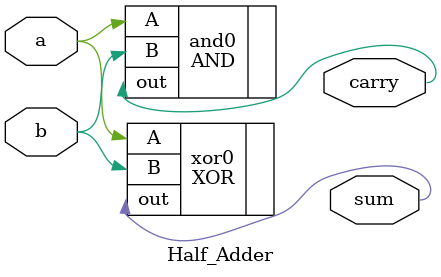
<source format=v>
module Half_Adder (a, b, sum, carry);
    input a,b;
    output sum, carry;

    XOR xor0(
        .A(a),
        .B(b),
        .out(sum)
    );

    AND and0(
        .A(a),
        .B(b),
        .out(carry)
    );
endmodule
</source>
